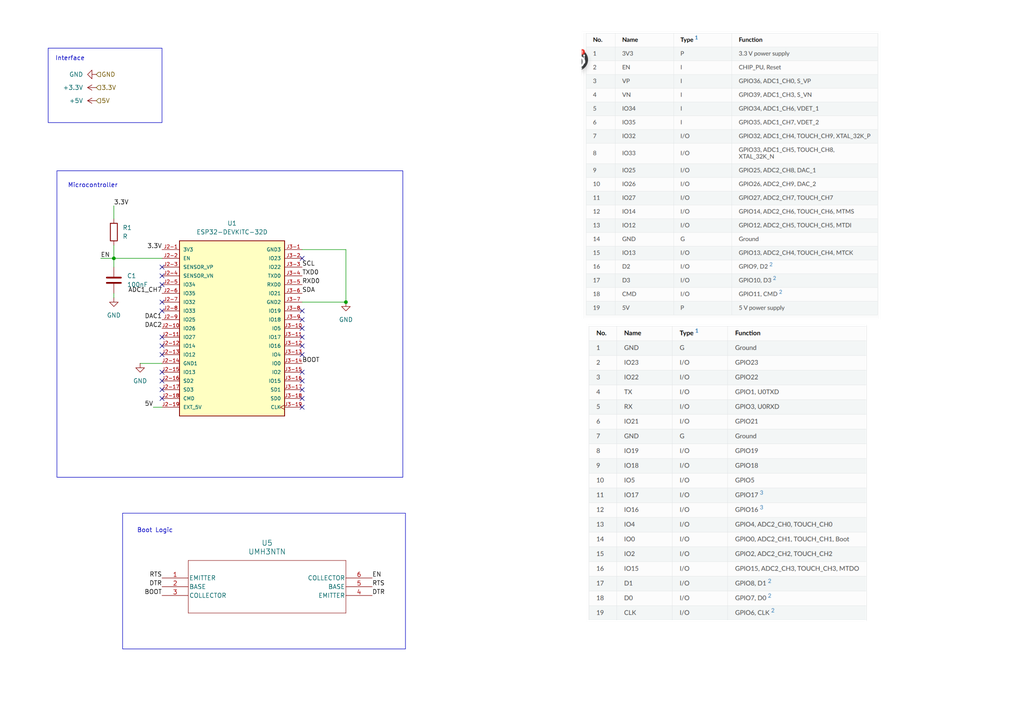
<source format=kicad_sch>
(kicad_sch (version 20250114) (generator "eeschema") (generator_version "9.0")
  (paper "A4")
  (lib_symbols
    (symbol "Device:C" (pin_numbers (hide yes)) (pin_names (offset 0.254))
      (property "Reference" "C" (at 0.635 2.54 0))
      (property "Value" "C" (at 0.635 -2.54 0))
      (symbol "C_0_1"
        (polyline (pts (xy -2.032 0.762) (xy 2.032 0.762)) (stroke (width 0.508)))
        (polyline (pts (xy -2.032 -0.762) (xy 2.032 -0.762)) (stroke (width 0.508)))
      )
      (symbol "C_1_1"
        (pin passive line (at 0 3.81 270) (length 2.794) (name "~") (number "1"))
        (pin passive line (at 0 -3.81 90) (length 2.794) (name "~") (number "2"))
      )
    )
    (symbol "Device:R" (pin_numbers (hide yes)) (pin_names (offset 0))
      (property "Reference" "R" (at 2.032 0 90))
      (property "Value" "R" (at 0 0 90))
      (symbol "R_0_1"
        (rectangle (start -1.016 -2.54) (end 1.016 2.54) (stroke (width 0.254)))
      )
      (symbol "R_1_1"
        (pin passive line (at 0 3.81 270) (length 1.27) (name "~") (number "1"))
        (pin passive line (at 0 -3.81 90) (length 1.27) (name "~") (number "2"))
      )
    )
    (symbol "ESP32-DEVKITC-32D:ESP32-DEVKITC-32D" (pin_names (offset 1.016))
      (property "Reference" "U" (at -15.2572 26.0643 0))
      (property "Value" "ESP32-DEVKITC-32D" (at -15.2563 -27.9698 0))
      (symbol "ESP32-DEVKITC-32D_0_0"
        (rectangle (start -15.24 -25.4) (end 15.24 25.4) (stroke (width 0.254)) (fill (type background)))
        (pin power_in line (at -20.32 22.86 0) (length 5.08) (name "3V3") (number "J2-1"))
        (pin input line (at -20.32 20.32 0) (length 5.08) (name "EN") (number "J2-2"))
        (pin input line (at -20.32 17.78 0) (length 5.08) (name "SENSOR_VP") (number "J2-3"))
        (pin input line (at -20.32 15.24 0) (length 5.08) (name "SENSOR_VN") (number "J2-4"))
        (pin bidirectional line (at -20.32 12.7 0) (length 5.08) (name "IO34") (number "J2-5"))
        (pin bidirectional line (at -20.32 10.16 0) (length 5.08) (name "IO35") (number "J2-6"))
        (pin bidirectional line (at -20.32 7.62 0) (length 5.08) (name "IO32") (number "J2-7"))
        (pin bidirectional line (at -20.32 5.08 0) (length 5.08) (name "IO33") (number "J2-8"))
        (pin bidirectional line (at -20.32 2.54 0) (length 5.08) (name "IO25") (number "J2-9"))
        (pin bidirectional line (at -20.32 0 0) (length 5.08) (name "IO26") (number "J2-10"))
        (pin bidirectional line (at -20.32 -2.54 0) (length 5.08) (name "IO27") (number "J2-11"))
        (pin bidirectional line (at -20.32 -5.08 0) (length 5.08) (name "IO14") (number "J2-12"))
        (pin bidirectional line (at -20.32 -7.62 0) (length 5.08) (name "IO12") (number "J2-13"))
        (pin power_in line (at -20.32 -10.16 0) (length 5.08) (name "GND1") (number "J2-14"))
        (pin bidirectional line (at -20.32 -12.7 0) (length 5.08) (name "IO13") (number "J2-15"))
        (pin bidirectional line (at -20.32 -15.24 0) (length 5.08) (name "SD2") (number "J2-16"))
        (pin bidirectional line (at -20.32 -17.78 0) (length 5.08) (name "SD3") (number "J2-17"))
        (pin bidirectional line (at -20.32 -20.32 0) (length 5.08) (name "CMD") (number "J2-18"))
        (pin power_in line (at -20.32 -22.86 0) (length 5.08) (name "EXT_5V") (number "J2-19"))
        (pin power_in line (at 20.32 22.86 180) (length 5.08) (name "GND3") (number "J3-1"))
        (pin bidirectional line (at 20.32 20.32 180) (length 5.08) (name "IO23") (number "J3-2"))
        (pin bidirectional line (at 20.32 17.78 180) (length 5.08) (name "IO22") (number "J3-3"))
        (pin output line (at 20.32 15.24 180) (length 5.08) (name "TXD0") (number "J3-4"))
        (pin input line (at 20.32 12.7 180) (length 5.08) (name "RXD0") (number "J3-5"))
        (pin bidirectional line (at 20.32 10.16 180) (length 5.08) (name "IO21") (number "J3-6"))
        (pin power_in line (at 20.32 7.62 180) (length 5.08) (name "GND2") (number "J3-7"))
        (pin bidirectional line (at 20.32 5.08 180) (length 5.08) (name "IO19") (number "J3-8"))
        (pin bidirectional line (at 20.32 2.54 180) (length 5.08) (name "IO18") (number "J3-9"))
        (pin bidirectional line (at 20.32 0 180) (length 5.08) (name "IO5") (number "J3-10"))
        (pin bidirectional line (at 20.32 -2.54 180) (length 5.08) (name "IO17") (number "J3-11"))
        (pin bidirectional line (at 20.32 -5.08 180) (length 5.08) (name "IO16") (number "J3-12"))
        (pin bidirectional line (at 20.32 -7.62 180) (length 5.08) (name "IO4") (number "J3-13"))
        (pin bidirectional line (at 20.32 -10.16 180) (length 5.08) (name "IO0") (number "J3-14"))
        (pin bidirectional line (at 20.32 -12.7 180) (length 5.08) (name "IO2") (number "J3-15"))
        (pin bidirectional line (at 20.32 -15.24 180) (length 5.08) (name "IO15") (number "J3-16"))
        (pin bidirectional line (at 20.32 -17.78 180) (length 5.08) (name "SD1") (number "J3-17"))
        (pin bidirectional line (at 20.32 -20.32 180) (length 5.08) (name "SD0") (number "J3-18"))
        (pin input clock (at 20.32 -22.86 180) (length 5.08) (name "CLK") (number "J3-19"))
      )
    )
    (symbol "UMH3NTN:UMH3NTN" (pin_names (offset 0.254))
      (property "Reference" "U" (at 30.48 10.16 0))
      (property "Value" "UMH3NTN" (at 30.48 7.62 0))
      (symbol "UMH3NTN_0_1"
        (polyline (pts (xy 7.62 5.08) (xy 7.62 -10.16)) (stroke (width 0.127)))
        (polyline (pts (xy 7.62 -10.16) (xy 53.34 -10.16)) (stroke (width 0.127)))
        (polyline (pts (xy 53.34 5.08) (xy 7.62 5.08)) (stroke (width 0.127)))
        (polyline (pts (xy 53.34 -10.16) (xy 53.34 5.08)) (stroke (width 0.127)))
        (pin unspecified line (at 0 0 0) (length 7.62) (name "EMITTER") (number "1"))
        (pin unspecified line (at 0 -2.54 0) (length 7.62) (name "BASE") (number "2"))
        (pin unspecified line (at 0 -5.08 0) (length 7.62) (name "COLLECTOR") (number "3"))
        (pin unspecified line (at 60.96 0 180) (length 7.62) (name "COLLECTOR") (number "6"))
        (pin unspecified line (at 60.96 -2.54 180) (length 7.62) (name "BASE") (number "5"))
        (pin unspecified line (at 60.96 -5.08 180) (length 7.62) (name "EMITTER") (number "4"))
      )
    )
    (symbol "power:+3.3V" (power) (pin_numbers (hide yes)) (pin_names (offset 0) (hide yes))
      (property "Value" "+3.3V" (at 0 3.556 0))
      (symbol "+3.3V_0_1"
        (polyline (pts (xy -0.762 1.27) (xy 0 2.54)))
        (polyline (pts (xy 0 2.54) (xy 0.762 1.27)))
        (polyline (pts (xy 0 0) (xy 0 2.54)))
      )
      (symbol "+3.3V_1_1"
        (pin power_in line (at 0 0 90) (length 0) (name "~") (number "1"))
      )
    )
    (symbol "power:+5V" (power) (pin_numbers (hide yes)) (pin_names (offset 0) (hide yes))
      (property "Value" "+5V" (at 0 3.556 0))
      (symbol "+5V_0_1"
        (polyline (pts (xy -0.762 1.27) (xy 0 2.54)))
        (polyline (pts (xy 0 2.54) (xy 0.762 1.27)))
        (polyline (pts (xy 0 0) (xy 0 2.54)))
      )
      (symbol "+5V_1_1"
        (pin power_in line (at 0 0 90) (length 0) (name "~") (number "1"))
      )
    )
    (symbol "power:GND" (power) (pin_numbers (hide yes)) (pin_names (offset 0) (hide yes))
      (property "Value" "GND" (at 0 -3.81 0))
      (symbol "GND_0_1"
        (polyline (pts (xy 0 0) (xy 0 -1.27) (xy 1.27 -1.27) (xy 0 -2.54) (xy -1.27 -1.27) (xy 0 -1.27)))
      )
      (symbol "GND_1_1"
        (pin power_in line (at 0 0 270) (length 0) (name "~") (number "1"))
      )
    )
  )
  (rectangle (start 16.51 49.53) (end 116.84 138.43))
  (rectangle (start 35.56 148.844) (end 117.602 188.214))
  (rectangle (start 13.97 13.97) (end 46.99 35.56))
  (text "Microcontroller" (at 26.924 53.848 0) (effects (font (size 1.27 1.27))))
  (text "Boot Logic" (at 44.958 153.924 0) (effects (font (size 1.27 1.27))))
  (text "Interface" (at 20.32 17.018 0) (effects (font (size 1.27 1.27))))
  (junction (at 33.02 74.93))
  (junction (at 100.33 87.63))
  (no_connect (at 46.99 107.95))
  (no_connect (at 46.99 100.33))
  (no_connect (at 87.63 97.79))
  (no_connect (at 87.63 113.03))
  (no_connect (at 87.63 102.87))
  (no_connect (at 87.63 110.49))
  (no_connect (at 46.99 115.57))
  (no_connect (at 46.99 110.49))
  (no_connect (at 87.63 90.17))
  (no_connect (at 46.99 80.01))
  (no_connect (at 46.99 102.87))
  (no_connect (at 87.63 107.95))
  (no_connect (at 87.63 115.57))
  (no_connect (at 46.99 90.17))
  (no_connect (at 46.99 77.47))
  (no_connect (at 46.99 113.03))
  (no_connect (at 87.63 100.33))
  (no_connect (at 87.63 118.11))
  (no_connect (at 87.63 95.25))
  (no_connect (at 46.99 82.55))
  (no_connect (at 46.99 87.63))
  (no_connect (at 87.63 92.71))
  (no_connect (at 87.63 74.93))
  (no_connect (at 46.99 97.79))
  (wire (pts (xy 44.45 118.11) (xy 46.99 118.11)))
  (wire (pts (xy 100.33 72.39) (xy 100.33 87.63)))
  (wire (pts (xy 33.02 74.93) (xy 33.02 77.47)))
  (wire (pts (xy 33.02 59.69) (xy 33.02 63.5)))
  (wire (pts (xy 29.21 74.93) (xy 33.02 74.93)))
  (wire (pts (xy 87.63 87.63) (xy 100.33 87.63)))
  (wire (pts (xy 46.99 74.93) (xy 33.02 74.93)))
  (wire (pts (xy 33.02 71.12) (xy 33.02 74.93)))
  (wire (pts (xy 87.63 72.39) (xy 100.33 72.39)))
  (wire (pts (xy 33.02 85.09) (xy 33.02 86.36)))
  (wire (pts (xy 40.64 105.41) (xy 46.99 105.41)))
  (image (at 210.82 137.16) (scale 0.385347))
  (image (at 212.09 50.8) (scale 0.360057))
  (label "TXD0" (at 87.63 80.01 0))
  (label "BOOT" (at 87.63 105.41 0))
  (label "SDA" (at 87.63 85.09 0))
  (label "DAC2" (at 46.99 95.25 180))
  (label "EN" (at 29.21 74.93 0))
  (label "RTS" (at 46.99 167.64 180))
  (label "BOOT" (at 46.99 172.72 180))
  (label "SCL" (at 87.63 77.47 0))
  (label "RTS" (at 107.95 170.18 0))
  (label "DTR" (at 46.99 170.18 180))
  (label "3.3V" (at 46.99 72.39 180))
  (label "5V" (at 44.45 118.11 180))
  (label "DTR" (at 107.95 172.72 0))
  (label "3.3V" (at 33.02 59.69 0))
  (label "RXD0" (at 87.63 82.55 0))
  (label "DAC1" (at 46.99 92.71 180))
  (label "ADC1_CH7" (at 46.99 85.09 180))
  (label "EN" (at 107.95 167.64 0))
  (hierarchical_label "5V" (shape input) (at 27.94 29.21 0))
  (hierarchical_label "3.3V" (shape input) (at 27.94 25.4 0))
  (hierarchical_label "GND" (shape input) (at 27.94 21.59 0))
  (symbol (lib_id "power:+5V") (at 27.94 29.21 90) (unit 1)
    (property "Reference" "#PWR010" (effects (hide yes)))
    (property "Value" "+5V" (at 24.13 29.2099 90) (effects (justify left)))
    (property "Description" "Power symbol creates a global label with name \"+5V\"" (effects (hide yes)))
  )
  (symbol (lib_id "ESP32-DEVKITC-32D:ESP32-DEVKITC-32D") (at 67.31 95.25 0) (unit 1)
    (property "Reference" "U1" (at 67.31 64.77 0))
    (property "Value" "ESP32-DEVKITC-32D" (at 67.31 67.31 0))
    (property "Footprint" "ESP32-DEVKITC-32D:MODULE_ESP32-DEVKITC-32D" (effects (hide yes)))
    (property "DigiKey_Part_Number" "1965-1000-ND" (effects (hide yes)))
    (property "SnapEDA_Link" "https://www.snapeda.com/parts/ESP32-DEVKITC-32D/Espressif+Systems/view-part/?ref=snap" (effects (hide yes)))
    (property "MAXIMUM_PACKAGE_HEIGHT" "N/A" (effects (hide yes)))
    (property "Package" "None" (effects (hide yes)))
    (property "Check_prices" "https://www.snapeda.com/parts/ESP32-DEVKITC-32D/Espressif+Systems/view-part/?ref=eda" (effects (hide yes)))
    (property "STANDARD" "Manufacturer Recommendations" (effects (hide yes)))
    (property "PARTREV" "V4" (effects (hide yes)))
    (property "MF" "Espressif Systems" (effects (hide yes)))
    (property "MP" "ESP32-DEVKITC-32D" (effects (hide yes)))
    (property "Description_1" "WiFi Development Tools (802.11) ESP32 General Development Kit, ESP32-WROOM-32D on the board" (effects (hide yes)))
    (property "MANUFACTURER" "Espressif Systems" (effects (hide yes)))
    (property "SNAPEDA_PN" "ESP32-DEVKITC-32D" (effects (hide yes)))
  )
  (symbol (lib_id "power:GND") (at 33.02 86.36 0) (unit 1)
    (property "Reference" "#PWR02" (effects (hide yes)))
    (property "Value" "GND" (at 33.02 91.44 0))
    (property "Description" "Power symbol creates a global label with name \"GND\" , ground" (effects (hide yes)))
  )
  (symbol (lib_id "power:GND") (at 27.94 21.59 270) (unit 1)
    (property "Reference" "#PWR04" (effects (hide yes)))
    (property "Value" "GND" (at 24.13 21.5899 90) (effects (justify right)))
    (property "Description" "Power symbol creates a global label with name \"GND\" , ground" (effects (hide yes)))
  )
  (symbol (lib_id "Device:R") (at 33.02 67.31 0) (unit 1)
    (property "Reference" "R1" (at 35.56 66.0399 0) (effects (justify left)))
    (property "Value" "R" (at 35.56 68.5799 0) (effects (justify left)))
    (property "Description" "Resistor" (effects (hide yes)))
  )
  (symbol (lib_id "power:GND") (at 100.33 87.63 0) (unit 1)
    (property "Reference" "#PWR09" (effects (hide yes)))
    (property "Value" "GND" (at 100.33 92.71 0))
    (property "Description" "Power symbol creates a global label with name \"GND\" , ground" (effects (hide yes)))
  )
  (symbol (lib_id "power:GND") (at 40.64 105.41 0) (unit 1)
    (property "Reference" "#PWR01" (effects (hide yes)))
    (property "Value" "GND" (at 40.64 110.49 0))
    (property "Description" "Power symbol creates a global label with name \"GND\" , ground" (effects (hide yes)))
  )
  (symbol (lib_id "Device:C") (at 33.02 81.28 0) (unit 1)
    (property "Reference" "C1" (at 36.83 80.0099 0) (effects (justify left)))
    (property "Value" "100nF" (at 36.83 82.5499 0) (effects (justify left)))
    (property "Description" "Unpolarized capacitor" (effects (hide yes)))
  )
  (symbol (lib_id "UMH3NTN:UMH3NTN") (at 46.99 167.64 0) (unit 1)
    (property "Reference" "U5" (at 77.47 157.48 0) (effects (font (size 1.524 1.524))))
    (property "Value" "UMH3NTN" (at 77.47 160.02 0) (effects (font (size 1.524 1.524))))
    (property "Footprint" "SOT-363_ROM" (effects (hide yes)))
    (property "Datasheet" "UMH3NTN" (effects (hide yes)))
  )
  (symbol (lib_id "power:+3.3V") (at 27.94 25.4 90) (unit 1)
    (property "Reference" "#PWR03" (effects (hide yes)))
    (property "Value" "+3.3V" (at 24.13 25.3999 90) (effects (justify left)))
    (property "Description" "Power symbol creates a global label with name \"+3.3V\"" (effects (hide yes)))
  )
)
</source>
